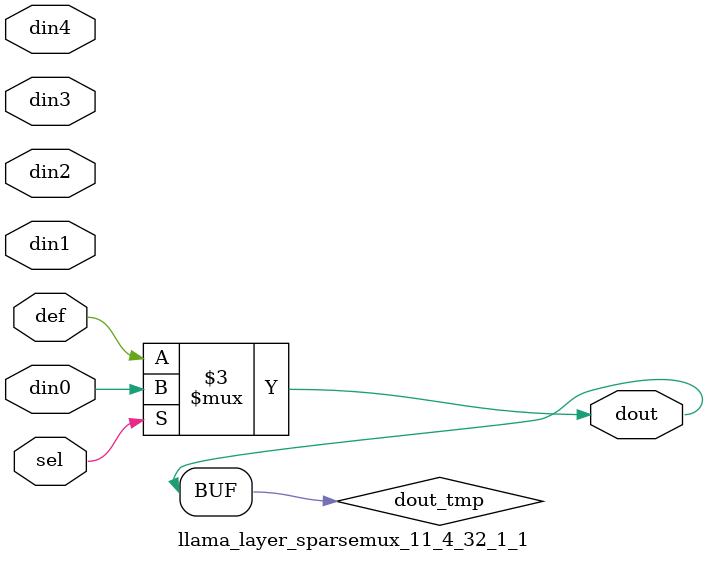
<source format=v>
`timescale 1ns / 1ps

module llama_layer_sparsemux_11_4_32_1_1 (din0,din1,din2,din3,din4,def,sel,dout);

parameter din0_WIDTH = 1;

parameter din1_WIDTH = 1;

parameter din2_WIDTH = 1;

parameter din3_WIDTH = 1;

parameter din4_WIDTH = 1;

parameter def_WIDTH = 1;
parameter sel_WIDTH = 1;
parameter dout_WIDTH = 1;

parameter [sel_WIDTH-1:0] CASE0 = 1;

parameter [sel_WIDTH-1:0] CASE1 = 1;

parameter [sel_WIDTH-1:0] CASE2 = 1;

parameter [sel_WIDTH-1:0] CASE3 = 1;

parameter [sel_WIDTH-1:0] CASE4 = 1;

parameter ID = 1;
parameter NUM_STAGE = 1;



input [din0_WIDTH-1:0] din0;

input [din1_WIDTH-1:0] din1;

input [din2_WIDTH-1:0] din2;

input [din3_WIDTH-1:0] din3;

input [din4_WIDTH-1:0] din4;

input [def_WIDTH-1:0] def;
input [sel_WIDTH-1:0] sel;

output [dout_WIDTH-1:0] dout;



reg [dout_WIDTH-1:0] dout_tmp;


always @ (*) begin
(* parallel_case *) case (sel)
    
    CASE0 : dout_tmp = din0;
    
    CASE1 : dout_tmp = din1;
    
    CASE2 : dout_tmp = din2;
    
    CASE3 : dout_tmp = din3;
    
    CASE4 : dout_tmp = din4;
    
    default : dout_tmp = def;
endcase
end


assign dout = dout_tmp;



endmodule

</source>
